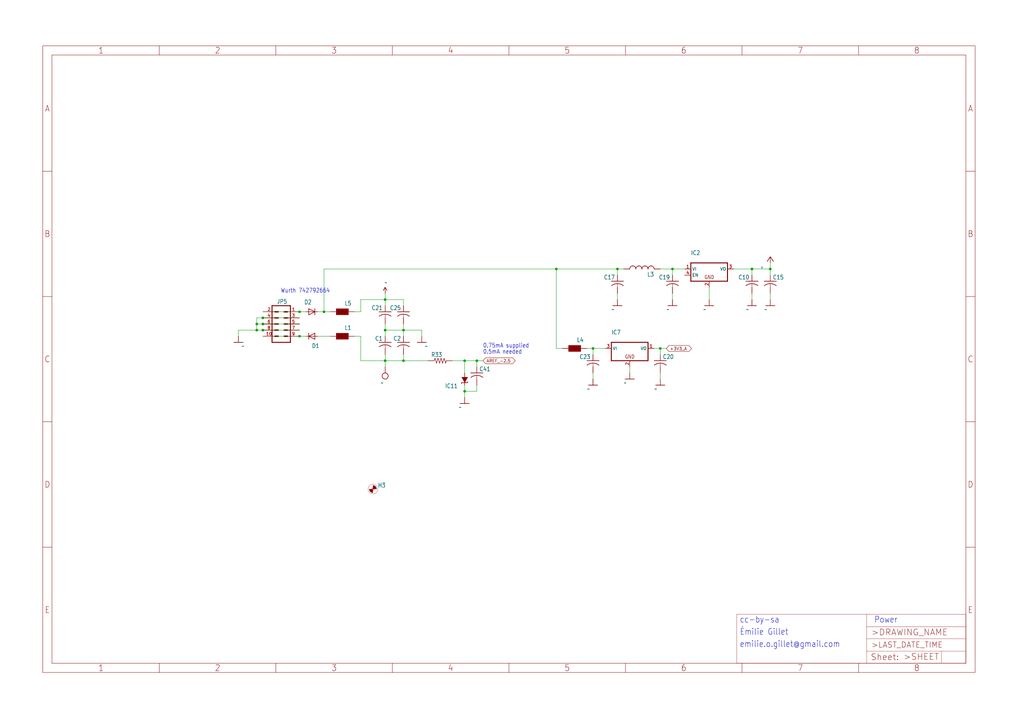
<source format=kicad_sch>
(kicad_sch (version 20211123) (generator eeschema)
  (paper "User" 425.45 299.161)
  (lib_symbols
    (symbol "stages_v70-eagle-import:+3V3" (power)
      (property "Value" "+3V3" (at -2.54 -5.08 90))
      (symbol "+3V3_1_0"
        (polyline (pts (xy 0 0) (xy -1.27 -1.905)) (stroke (width 0.254)))
        (polyline (pts (xy 1.27 -1.905) (xy 0 0)) (stroke (width 0.254)))
        (pin power_in line (at 0 -2.54 90) (length 2.54) (name "+3V3") (number "1"))
      )
    )
    (symbol "stages_v70-eagle-import:A3L-LOC"
      (symbol "A3L-LOC_0_0"
        (polyline (pts (xy 0 52.07) (xy 3.81 52.07)))
        (polyline (pts (xy 0 104.14) (xy 3.81 104.14)))
        (polyline (pts (xy 0 156.21) (xy 3.81 156.21)))
        (polyline (pts (xy 0 208.28) (xy 3.81 208.28)))
        (polyline (pts (xy 3.81 3.81) (xy 3.81 256.54)))
        (polyline (pts (xy 48.4188 0) (xy 48.4188 3.81)))
        (polyline (pts (xy 48.4188 256.54) (xy 48.4188 260.35)))
        (polyline (pts (xy 96.8375 0) (xy 96.8375 3.81)))
        (polyline (pts (xy 96.8375 256.54) (xy 96.8375 260.35)))
        (polyline (pts (xy 145.2563 0) (xy 145.2563 3.81)))
        (polyline (pts (xy 145.2563 256.54) (xy 145.2563 260.35)))
        (polyline (pts (xy 193.675 0) (xy 193.675 3.81)))
        (polyline (pts (xy 193.675 256.54) (xy 193.675 260.35)))
        (polyline (pts (xy 242.0938 0) (xy 242.0938 3.81)))
        (polyline (pts (xy 242.0938 256.54) (xy 242.0938 260.35)))
        (polyline (pts (xy 290.5125 0) (xy 290.5125 3.81)))
        (polyline (pts (xy 290.5125 256.54) (xy 290.5125 260.35)))
        (polyline (pts (xy 338.9313 0) (xy 338.9313 3.81)))
        (polyline (pts (xy 338.9313 256.54) (xy 338.9313 260.35)))
        (polyline (pts (xy 383.54 3.81) (xy 3.81 3.81)))
        (polyline (pts (xy 383.54 3.81) (xy 383.54 256.54)))
        (polyline (pts (xy 383.54 52.07) (xy 387.35 52.07)))
        (polyline (pts (xy 383.54 104.14) (xy 387.35 104.14)))
        (polyline (pts (xy 383.54 156.21) (xy 387.35 156.21)))
        (polyline (pts (xy 383.54 208.28) (xy 387.35 208.28)))
        (polyline (pts (xy 383.54 256.54) (xy 3.81 256.54)))
        (polyline (pts (xy 0 0) (xy 387.35 0) (xy 387.35 260.35) (xy 0 260.35) (xy 0 0)))
        (text "1" (at 24.2094 1.905 0) (effects (font (size 2.54 2.286))))
        (text "1" (at 24.2094 258.445 0) (effects (font (size 2.54 2.286))))
        (text "2" (at 72.6281 1.905 0) (effects (font (size 2.54 2.286))))
        (text "2" (at 72.6281 258.445 0) (effects (font (size 2.54 2.286))))
        (text "3" (at 121.0469 1.905 0) (effects (font (size 2.54 2.286))))
        (text "3" (at 121.0469 258.445 0) (effects (font (size 2.54 2.286))))
        (text "4" (at 169.4656 1.905 0) (effects (font (size 2.54 2.286))))
        (text "4" (at 169.4656 258.445 0) (effects (font (size 2.54 2.286))))
        (text "5" (at 217.8844 1.905 0) (effects (font (size 2.54 2.286))))
        (text "5" (at 217.8844 258.445 0) (effects (font (size 2.54 2.286))))
        (text "6" (at 266.3031 1.905 0) (effects (font (size 2.54 2.286))))
        (text "6" (at 266.3031 258.445 0) (effects (font (size 2.54 2.286))))
        (text "7" (at 314.7219 1.905 0) (effects (font (size 2.54 2.286))))
        (text "7" (at 314.7219 258.445 0) (effects (font (size 2.54 2.286))))
        (text "8" (at 363.1406 1.905 0) (effects (font (size 2.54 2.286))))
        (text "8" (at 363.1406 258.445 0) (effects (font (size 2.54 2.286))))
        (text "A" (at 1.905 234.315 0) (effects (font (size 2.54 2.286))))
        (text "A" (at 385.445 234.315 0) (effects (font (size 2.54 2.286))))
        (text "B" (at 1.905 182.245 0) (effects (font (size 2.54 2.286))))
        (text "B" (at 385.445 182.245 0) (effects (font (size 2.54 2.286))))
        (text "C" (at 1.905 130.175 0) (effects (font (size 2.54 2.286))))
        (text "C" (at 385.445 130.175 0) (effects (font (size 2.54 2.286))))
        (text "D" (at 1.905 78.105 0) (effects (font (size 2.54 2.286))))
        (text "D" (at 385.445 78.105 0) (effects (font (size 2.54 2.286))))
        (text "E" (at 1.905 26.035 0) (effects (font (size 2.54 2.286))))
        (text "E" (at 385.445 26.035 0) (effects (font (size 2.54 2.286))))
      )
      (symbol "A3L-LOC_1_0"
        (polyline (pts (xy 288.29 3.81) (xy 288.29 24.13)) (stroke (width 0.1016)))
        (polyline (pts (xy 288.29 3.81) (xy 342.265 3.81)) (stroke (width 0.1016)))
        (polyline (pts (xy 288.29 24.13) (xy 342.265 24.13)) (stroke (width 0.1016)))
        (polyline (pts (xy 342.265 3.81) (xy 373.38 3.81)) (stroke (width 0.1016)))
        (polyline (pts (xy 342.265 8.89) (xy 342.265 3.81)) (stroke (width 0.1016)))
        (polyline (pts (xy 342.265 8.89) (xy 342.265 13.97)) (stroke (width 0.1016)))
        (polyline (pts (xy 342.265 13.97) (xy 342.265 19.05)) (stroke (width 0.1016)))
        (polyline (pts (xy 342.265 13.97) (xy 383.54 13.97)) (stroke (width 0.1016)))
        (polyline (pts (xy 342.265 19.05) (xy 342.265 24.13)) (stroke (width 0.1016)))
        (polyline (pts (xy 342.265 19.05) (xy 383.54 19.05)) (stroke (width 0.1016)))
        (polyline (pts (xy 342.265 24.13) (xy 383.54 24.13)) (stroke (width 0.1016)))
        (polyline (pts (xy 373.38 3.81) (xy 373.38 8.89)) (stroke (width 0.1016)))
        (polyline (pts (xy 373.38 3.81) (xy 383.54 3.81)) (stroke (width 0.1016)))
        (polyline (pts (xy 373.38 8.89) (xy 342.265 8.89)) (stroke (width 0.1016)))
        (polyline (pts (xy 373.38 8.89) (xy 383.54 8.89)) (stroke (width 0.1016)))
        (polyline (pts (xy 383.54 3.81) (xy 383.54 8.89)) (stroke (width 0.1016)))
        (polyline (pts (xy 383.54 8.89) (xy 383.54 13.97)) (stroke (width 0.1016)))
        (polyline (pts (xy 383.54 13.97) (xy 383.54 19.05)) (stroke (width 0.1016)))
        (polyline (pts (xy 383.54 19.05) (xy 383.54 24.13)) (stroke (width 0.1016)))
        (text ">DRAWING_NAME" (at 344.17 15.24 0) (effects (font (size 2.54 2.54)) (justify left bottom)))
        (text ">LAST_DATE_TIME" (at 344.17 10.16 0) (effects (font (size 2.286 2.286)) (justify left bottom)))
        (text ">SHEET" (at 357.505 5.08 0) (effects (font (size 2.54 2.54)) (justify left bottom)))
        (text "Sheet:" (at 343.916 4.953 0) (effects (font (size 2.54 2.54)) (justify left bottom)))
      )
    )
    (symbol "stages_v70-eagle-import:C-USC0402"
      (property "Reference" "C" (at 1.016 0.635 0))
      (property "Value" "C-USC0402" (at 1.016 -4.191 0))
      (symbol "C-USC0402_1_0"
        (arc (start 0 -1.0161) (mid -1.302 -1.2303) (end -2.4668 -1.8504) (stroke (width 0.254)))
        (polyline (pts (xy -2.54 0) (xy 2.54 0)) (stroke (width 0.254)))
        (polyline (pts (xy 0 -1.016) (xy 0 -2.54)) (stroke (width 0.1524)))
        (arc (start 2.4892 -1.8542) (mid 1.3158 -1.2195) (end 0 -1) (stroke (width 0.254)))
        (pin passive line (at 0 2.54 270) (length 2.54) (name "1") (number "1"))
        (pin passive line (at 0 -5.08 90) (length 2.54) (name "2") (number "2"))
      )
    )
    (symbol "stages_v70-eagle-import:C-USC1206"
      (property "Reference" "C" (at 1.016 0.635 0))
      (property "Value" "C-USC1206" (at 1.016 -4.191 0))
      (symbol "C-USC1206_1_0"
        (arc (start 0 -1.0161) (mid -1.302 -1.2303) (end -2.4668 -1.8504) (stroke (width 0.254)))
        (polyline (pts (xy -2.54 0) (xy 2.54 0)) (stroke (width 0.254)))
        (polyline (pts (xy 0 -1.016) (xy 0 -2.54)) (stroke (width 0.1524)))
        (arc (start 2.4892 -1.8542) (mid 1.3158 -1.2195) (end 0 -1) (stroke (width 0.254)))
        (pin passive line (at 0 2.54 270) (length 2.54) (name "1") (number "1"))
        (pin passive line (at 0 -5.08 90) (length 2.54) (name "2") (number "2"))
      )
    )
    (symbol "stages_v70-eagle-import:DIODE-SOD123"
      (property "Reference" "D" (at 2.54 0.4826 0))
      (property "Value" "DIODE-SOD123" (at 2.54 -2.3114 0))
      (symbol "DIODE-SOD123_1_0"
        (polyline (pts (xy -1.27 -1.27) (xy 1.27 0)) (stroke (width 0.254)))
        (polyline (pts (xy -1.27 1.27) (xy -1.27 -1.27)) (stroke (width 0.254)))
        (polyline (pts (xy 1.27 0) (xy -1.27 1.27)) (stroke (width 0.254)))
        (polyline (pts (xy 1.27 0) (xy 1.27 -1.27)) (stroke (width 0.254)))
        (polyline (pts (xy 1.27 1.27) (xy 1.27 0)) (stroke (width 0.254)))
        (pin passive line (at -2.54 0 0) (length 2.54) (name "A") (number "A"))
        (pin passive line (at 2.54 0 180) (length 2.54) (name "C") (number "C"))
      )
    )
    (symbol "stages_v70-eagle-import:GND" (power)
      (property "Value" "GND" (at -2.54 -2.54 0))
      (symbol "GND_1_0"
        (polyline (pts (xy -1.905 0) (xy 1.905 0)) (stroke (width 0.254)))
        (pin power_in line (at 0 2.54 270) (length 2.54) (name "GND") (number "1"))
      )
    )
    (symbol "stages_v70-eagle-import:L-USL2012C"
      (property "Value" "L-USL2012C" (at 3.81 -5.08 90))
      (symbol "L-USL2012C_1_0"
        (arc (start 0 -5.08) (mid 0.898 -4.708) (end 1.27 -3.81) (stroke (width 0.254)))
        (arc (start 0 -2.54) (mid 0.898 -2.168) (end 1.27 -1.27) (stroke (width 0.254)))
        (arc (start 0 0) (mid 0.898 0.372) (end 1.27 1.27) (stroke (width 0.254)))
        (arc (start 0 2.54) (mid 0.898 2.912) (end 1.27 3.81) (stroke (width 0.254)))
        (arc (start 1.27 -3.81) (mid 0.898 -2.912) (end 0 -2.54) (stroke (width 0.254)))
        (arc (start 1.27 -1.27) (mid 0.898 -0.372) (end 0 0) (stroke (width 0.254)))
        (arc (start 1.27 1.27) (mid 0.898 2.168) (end 0 2.54) (stroke (width 0.254)))
        (arc (start 1.27 3.81) (mid 0.898 4.708) (end 0 5.08) (stroke (width 0.254)))
        (pin passive line (at 0 7.62 270) (length 2.54) (name "1") (number "1"))
        (pin passive line (at 0 -7.62 90) (length 2.54) (name "2") (number "2"))
      )
    )
    (symbol "stages_v70-eagle-import:LD2981ABU"
      (property "Reference" "IC" (at -7.62 5.715 0))
      (property "Value" "LD2981ABU" (at -7.62 3.175 0))
      (symbol "LD2981ABU_1_0"
        (polyline (pts (xy -7.62 -5.08) (xy 7.62 -5.08)) (stroke (width 0.4064)))
        (polyline (pts (xy -7.62 2.54) (xy -7.62 -5.08)) (stroke (width 0.4064)))
        (polyline (pts (xy 7.62 -5.08) (xy 7.62 2.54)) (stroke (width 0.4064)))
        (polyline (pts (xy 7.62 2.54) (xy -7.62 2.54)) (stroke (width 0.4064)))
        (text "GND" (at -2.032 -4.318 0) (effects (font (size 1.524 1.2954)) (justify left bottom)))
        (pin passive line (at 10.16 0 180) (length 2.54) (name "VO") (number "1"))
        (pin passive line (at 0 -7.62 90) (length 2.54) (name "GND") (number "2"))
        (pin input line (at -10.16 0 0) (length 2.54) (name "VI") (number "3"))
      )
    )
    (symbol "stages_v70-eagle-import:LM4041DBZ"
      (property "Reference" "IC" (at 2.794 1.905 0))
      (property "Value" "LM4041DBZ" (at 2.794 -0.889 0))
      (symbol "LM4041DBZ_1_0"
        (polyline (pts (xy -1.27 1.524) (xy -1.27 1.143)) (stroke (width 0.254)))
        (polyline (pts (xy 0 1.524) (xy -1.27 1.524)) (stroke (width 0.254)))
        (polyline (pts (xy 1.27 1.524) (xy 0 1.524)) (stroke (width 0.254)))
        (polyline (pts (xy 1.27 1.905) (xy 1.27 1.524)) (stroke (width 0.254)))
        (polyline (pts (xy 0 1.524) (xy -1.27 -0.762) (xy 1.27 -0.762)) (fill (type outline)))
        (pin passive line (at 0 2.54 270) (length 2.54) (name "C") (number "1"))
        (pin passive line (at 0 -2.54 90) (length 2.54) (name "A") (number "2"))
      )
    )
    (symbol "stages_v70-eagle-import:M05X2SMD"
      (property "Reference" "JP" (at -2.54 8.382 0))
      (property "Value" "M05X2SMD" (at -2.54 -10.16 0))
      (symbol "M05X2SMD_1_0"
        (polyline (pts (xy -3.81 7.62) (xy -3.81 -7.62)) (stroke (width 0.4064)))
        (polyline (pts (xy -3.81 7.62) (xy 3.81 7.62)) (stroke (width 0.4064)))
        (polyline (pts (xy -1.27 -5.08) (xy -2.54 -5.08)) (stroke (width 0.6096)))
        (polyline (pts (xy -1.27 -2.54) (xy -2.54 -2.54)) (stroke (width 0.6096)))
        (polyline (pts (xy -1.27 0) (xy -2.54 0)) (stroke (width 0.6096)))
        (polyline (pts (xy -1.27 2.54) (xy -2.54 2.54)) (stroke (width 0.6096)))
        (polyline (pts (xy -1.27 5.08) (xy -2.54 5.08)) (stroke (width 0.6096)))
        (polyline (pts (xy 1.27 -5.08) (xy 2.54 -5.08)) (stroke (width 0.6096)))
        (polyline (pts (xy 1.27 -2.54) (xy 2.54 -2.54)) (stroke (width 0.6096)))
        (polyline (pts (xy 1.27 0) (xy 2.54 0)) (stroke (width 0.6096)))
        (polyline (pts (xy 1.27 2.54) (xy 2.54 2.54)) (stroke (width 0.6096)))
        (polyline (pts (xy 1.27 5.08) (xy 2.54 5.08)) (stroke (width 0.6096)))
        (polyline (pts (xy 3.81 -7.62) (xy -3.81 -7.62)) (stroke (width 0.4064)))
        (polyline (pts (xy 3.81 -7.62) (xy 3.81 7.62)) (stroke (width 0.4064)))
        (pin passive line (at -7.62 5.08 0) (length 5.08) (name "1") (number "1"))
        (pin passive line (at 7.62 -5.08 180) (length 5.08) (name "10") (number "10"))
        (pin passive line (at 7.62 5.08 180) (length 5.08) (name "2") (number "2"))
        (pin passive line (at -7.62 2.54 0) (length 5.08) (name "3") (number "3"))
        (pin passive line (at 7.62 2.54 180) (length 5.08) (name "4") (number "4"))
        (pin passive line (at -7.62 0 0) (length 5.08) (name "5") (number "5"))
        (pin passive line (at 7.62 0 180) (length 5.08) (name "6") (number "6"))
        (pin passive line (at -7.62 -2.54 0) (length 5.08) (name "7") (number "7"))
        (pin passive line (at 7.62 -2.54 180) (length 5.08) (name "8") (number "8"))
        (pin passive line (at -7.62 -5.08 0) (length 5.08) (name "9") (number "9"))
      )
    )
    (symbol "stages_v70-eagle-import:MOUNT-HOLE3.0TINY"
      (property "Reference" "H" (at 2.032 0.5842 0))
      (property "Value" "MOUNT-HOLE3.0TINY" (at 2.032 -2.4638 0))
      (symbol "MOUNT-HOLE3.0TINY_1_0"
        (arc (start -1.524 0) (mid -1.0776 -1.0776) (end 0 -1.524) (stroke (width 0.0001)) (fill (type outline)))
        (polyline (pts (xy -0.508 0) (xy 0.508 0)) (stroke (width 0.0508)))
        (polyline (pts (xy 0 0.508) (xy 0 -0.508)) (stroke (width 0.0508)))
        (circle (center 0 0) (radius 0.508) (stroke (width 0.0508)))
        (circle (center 0 0) (radius 2.032) (stroke (width 0.0508)))
        (arc (start 1.524 0) (mid 1.0776 1.0776) (end 0 1.524) (stroke (width 0.0001)) (fill (type outline)))
      )
    )
    (symbol "stages_v70-eagle-import:R-US_R0402"
      (property "Reference" "R" (at -3.81 1.4986 0))
      (property "Value" "R-US_R0402" (at -3.81 -3.302 0))
      (symbol "R-US_R0402_1_0"
        (polyline (pts (xy -2.54 0) (xy -2.159 1.016)) (stroke (width 0.2032)))
        (polyline (pts (xy -2.159 1.016) (xy -1.524 -1.016)) (stroke (width 0.2032)))
        (polyline (pts (xy -1.524 -1.016) (xy -0.889 1.016)) (stroke (width 0.2032)))
        (polyline (pts (xy -0.889 1.016) (xy -0.254 -1.016)) (stroke (width 0.2032)))
        (polyline (pts (xy -0.254 -1.016) (xy 0.381 1.016)) (stroke (width 0.2032)))
        (polyline (pts (xy 0.381 1.016) (xy 1.016 -1.016)) (stroke (width 0.2032)))
        (polyline (pts (xy 1.016 -1.016) (xy 1.651 1.016)) (stroke (width 0.2032)))
        (polyline (pts (xy 1.651 1.016) (xy 2.286 -1.016)) (stroke (width 0.2032)))
        (polyline (pts (xy 2.286 -1.016) (xy 2.54 0)) (stroke (width 0.2032)))
        (pin passive line (at -5.08 0 0) (length 2.54) (name "1") (number "1"))
        (pin passive line (at 5.08 0 180) (length 2.54) (name "2") (number "2"))
      )
    )
    (symbol "stages_v70-eagle-import:ROF-78EXX-0.55SMD"
      (property "Reference" "IC" (at -7.62 5.715 0))
      (property "Value" "ROF-78EXX-0.55SMD" (at -7.62 3.175 0))
      (symbol "ROF-78EXX-0.55SMD_1_0"
        (polyline (pts (xy -7.62 -5.08) (xy 7.62 -5.08)) (stroke (width 0.4064)))
        (polyline (pts (xy -7.62 2.54) (xy -7.62 -5.08)) (stroke (width 0.4064)))
        (polyline (pts (xy 7.62 -5.08) (xy 7.62 2.54)) (stroke (width 0.4064)))
        (polyline (pts (xy 7.62 2.54) (xy -7.62 2.54)) (stroke (width 0.4064)))
        (text "GND" (at -2.032 -4.318 0) (effects (font (size 1.524 1.2954)) (justify left bottom)))
        (pin input line (at -10.16 0 0) (length 2.54) (name "VI") (number "1"))
        (pin passive line (at 0 -7.62 90) (length 2.54) (name "GND") (number "2"))
        (pin passive line (at 10.16 0 180) (length 2.54) (name "VO") (number "3"))
        (pin input line (at -10.16 -2.54 0) (length 2.54) (name "EN") (number "4"))
      )
    )
    (symbol "stages_v70-eagle-import:VCC" (power)
      (property "Value" "VCC" (at -1.016 3.556 0))
      (symbol "VCC_1_0"
        (polyline (pts (xy 0 2.54) (xy -0.762 1.27)) (stroke (width 0.254)))
        (polyline (pts (xy 0.762 1.27) (xy 0 2.54)) (stroke (width 0.254)))
        (pin power_in line (at 0 0 90) (length 2.54) (name "VCC") (number "1"))
      )
    )
    (symbol "stages_v70-eagle-import:VEE" (power)
      (property "Value" "VEE" (at -1.905 3.175 0))
      (symbol "VEE_1_0"
        (circle (center 0 1.27) (radius 1.27) (stroke (width 0.254)))
        (pin power_in line (at 0 -2.54 90) (length 2.54) (name "VEE") (number "1"))
      )
    )
    (symbol "stages_v70-eagle-import:WE-CBF_0603"
      (property "Reference" "L" (at -3.81 5.08 0))
      (property "Value" "WE-CBF_0603" (at -3.81 -1.27 0))
      (symbol "WE-CBF_0603_1_0"
        (rectangle (start -2.54 1.27) (end 2.54 3.81) (fill (type outline)))
        (pin passive line (at -5.08 2.54 0) (length 2.54) (name "1") (number "1"))
        (pin passive line (at 5.08 2.54 180) (length 2.54) (name "2") (number "2"))
      )
    )
  )
  (junction (at 198.12 149.86))
  (junction (at 160.02 137.16))
  (junction (at 256.54 111.76))
  (junction (at 106.68 134.62))
  (junction (at 160.02 149.86))
  (junction (at 109.22 132.08))
  (junction (at 274.32 144.78))
  (junction (at 109.22 134.62))
  (junction (at 109.22 137.16))
  (junction (at 246.38 144.78))
  (junction (at 124.46 139.7))
  (junction (at 124.46 129.54))
  (junction (at 231.14 111.76))
  (junction (at 160.02 124.46))
  (junction (at 167.64 137.16))
  (junction (at 193.04 162.56))
  (junction (at 167.64 149.86))
  (junction (at 279.4 111.76))
  (junction (at 134.62 129.54))
  (junction (at 106.68 137.16))
  (junction (at 312.42 111.76))
  (junction (at 320.04 111.76))
  (junction (at 193.04 149.86))
  (wire (pts (xy 274.32 144.78) (xy 274.32 147.32)))
  (wire (pts (xy 256.54 121.92) (xy 256.54 124.46)))
  (wire (pts (xy 160.02 134.62) (xy 160.02 137.16)))
  (wire (pts (xy 246.38 147.32) (xy 246.38 144.78)))
  (wire (pts (xy 124.46 129.54) (xy 109.22 129.54)))
  (wire (pts (xy 167.64 149.86) (xy 160.02 149.86)))
  (wire (pts (xy 149.86 129.54) (xy 149.86 124.46)))
  (wire (pts (xy 193.04 149.86) (xy 187.96 149.86)))
  (wire (pts (xy 243.84 144.78) (xy 246.38 144.78)))
  (wire (pts (xy 99.06 137.16) (xy 99.06 139.7)))
  (wire (pts (xy 124.46 129.54) (xy 127 129.54)))
  (wire (pts (xy 274.32 157.48) (xy 274.32 154.94)))
  (wire (pts (xy 320.04 121.92) (xy 320.04 124.46)))
  (wire (pts (xy 134.62 129.54) (xy 137.16 129.54)))
  (wire (pts (xy 167.64 147.32) (xy 167.64 149.86)))
  (wire (pts (xy 271.78 144.78) (xy 274.32 144.78)))
  (wire (pts (xy 147.32 139.7) (xy 149.86 139.7)))
  (wire (pts (xy 274.32 111.76) (xy 279.4 111.76)))
  (wire (pts (xy 160.02 149.86) (xy 149.86 149.86)))
  (wire (pts (xy 167.64 124.46) (xy 167.64 127)))
  (wire (pts (xy 177.8 149.86) (xy 167.64 149.86)))
  (wire (pts (xy 246.38 154.94) (xy 246.38 157.48)))
  (wire (pts (xy 132.08 129.54) (xy 134.62 129.54)))
  (wire (pts (xy 134.62 111.76) (xy 231.14 111.76)))
  (wire (pts (xy 109.22 137.16) (xy 106.68 137.16)))
  (wire (pts (xy 312.42 111.76) (xy 320.04 111.76)))
  (wire (pts (xy 320.04 114.3) (xy 320.04 111.76)))
  (wire (pts (xy 160.02 124.46) (xy 160.02 121.92)))
  (wire (pts (xy 106.68 134.62) (xy 106.68 137.16)))
  (wire (pts (xy 106.68 132.08) (xy 106.68 134.62)))
  (wire (pts (xy 160.02 127) (xy 160.02 124.46)))
  (wire (pts (xy 167.64 134.62) (xy 167.64 137.16)))
  (wire (pts (xy 109.22 134.62) (xy 124.46 134.62)))
  (wire (pts (xy 193.04 154.94) (xy 193.04 149.86)))
  (wire (pts (xy 261.62 152.4) (xy 261.62 154.94)))
  (wire (pts (xy 198.12 149.86) (xy 193.04 149.86)))
  (wire (pts (xy 312.42 114.3) (xy 312.42 111.76)))
  (wire (pts (xy 160.02 124.46) (xy 167.64 124.46)))
  (wire (pts (xy 106.68 137.16) (xy 99.06 137.16)))
  (wire (pts (xy 320.04 109.22) (xy 320.04 111.76)))
  (wire (pts (xy 167.64 137.16) (xy 175.26 137.16)))
  (wire (pts (xy 198.12 149.86) (xy 198.12 152.4)))
  (wire (pts (xy 124.46 137.16) (xy 109.22 137.16)))
  (wire (pts (xy 193.04 162.56) (xy 198.12 162.56)))
  (wire (pts (xy 193.04 160.02) (xy 193.04 162.56)))
  (wire (pts (xy 231.14 111.76) (xy 231.14 144.78)))
  (wire (pts (xy 124.46 139.7) (xy 127 139.7)))
  (wire (pts (xy 160.02 147.32) (xy 160.02 149.86)))
  (wire (pts (xy 231.14 144.78) (xy 233.68 144.78)))
  (wire (pts (xy 149.86 149.86) (xy 149.86 139.7)))
  (wire (pts (xy 259.08 111.76) (xy 256.54 111.76)))
  (wire (pts (xy 124.46 139.7) (xy 109.22 139.7)))
  (wire (pts (xy 160.02 137.16) (xy 160.02 139.7)))
  (wire (pts (xy 256.54 111.76) (xy 231.14 111.76)))
  (wire (pts (xy 294.64 119.38) (xy 294.64 124.46)))
  (wire (pts (xy 109.22 132.08) (xy 106.68 132.08)))
  (wire (pts (xy 167.64 139.7) (xy 167.64 137.16)))
  (wire (pts (xy 246.38 144.78) (xy 251.46 144.78)))
  (wire (pts (xy 279.4 121.92) (xy 279.4 124.46)))
  (wire (pts (xy 198.12 149.86) (xy 200.66 149.86)))
  (wire (pts (xy 124.46 132.08) (xy 109.22 132.08)))
  (wire (pts (xy 198.12 160.02) (xy 198.12 162.56)))
  (wire (pts (xy 279.4 111.76) (xy 279.4 114.3)))
  (wire (pts (xy 134.62 129.54) (xy 134.62 111.76)))
  (wire (pts (xy 149.86 124.46) (xy 160.02 124.46)))
  (wire (pts (xy 276.86 144.78) (xy 274.32 144.78)))
  (wire (pts (xy 160.02 137.16) (xy 167.64 137.16)))
  (wire (pts (xy 304.8 111.76) (xy 312.42 111.76)))
  (wire (pts (xy 106.68 134.62) (xy 109.22 134.62)))
  (wire (pts (xy 175.26 137.16) (xy 175.26 139.7)))
  (wire (pts (xy 160.02 152.4) (xy 160.02 149.86)))
  (wire (pts (xy 147.32 129.54) (xy 149.86 129.54)))
  (wire (pts (xy 279.4 111.76) (xy 284.48 111.76)))
  (wire (pts (xy 312.42 121.92) (xy 312.42 124.46)))
  (wire (pts (xy 256.54 111.76) (xy 256.54 114.3)))
  (wire (pts (xy 132.08 139.7) (xy 137.16 139.7)))
  (wire (pts (xy 193.04 162.56) (xy 193.04 165.1)))
  (text "cc-by-sa" (at 307.34 259.08 180) (effects (font (size 2.54 2.159)) (justify left bottom)))
  (text "emilie.o.gillet@gmail.com" (at 307.34 269.24 180) (effects (font (size 2.54 2.159)) (justify left bottom)))
  (text "Émilie Gillet" (at 307.34 264.16 180) (effects (font (size 2.54 2.159)) (justify left bottom)))
  (text "Wurth 742792664" (at 137.16 121.92 180) (effects (font (size 1.778 1.5113)) (justify right bottom)))
  (text "Power" (at 363.22 259.08 180) (effects (font (size 2.54 2.159)) (justify left bottom)))
  (text "0.75mA supplied" (at 200.66 144.78 180) (effects (font (size 1.778 1.5113)) (justify left bottom)))
  (text "0.5mA needed" (at 200.66 147.32 180) (effects (font (size 1.778 1.5113)) (justify left bottom)))
  (global_label "+3V3_A" (shape bidirectional) (at 276.86 144.78 0) (effects (font (size 1.2446 1.2446))) (property "Intersheet References" "${INTERSHEET_REFS}" (effects hide)))
  (global_label "AREF_-2.5" (shape bidirectional) (at 200.66 149.86 0) (effects (font (size 1.2446 1.2446))) (property "Intersheet References" "${INTERSHEET_REFS}" (effects hide)))
  (symbol (lib_id "stages_v70-eagle-import:C-USC1206") (at 167.64 129.54 0) (mirror y) (unit 1)
    (property "Reference" "C25" (at 166.624 128.905 0) (effects (font (size 1.778 1.5113)) (justify left bottom)))
  )
  (symbol (lib_id "stages_v70-eagle-import:GND") (at 256.54 127 0) (unit 1)
    (property "Reference" "#GND89" (effects hide))
  )
  (symbol (lib_id "stages_v70-eagle-import:GND") (at 274.32 160.02 0) (unit 1)
    (property "Reference" "#GND77" (effects hide))
  )
  (symbol (lib_id "stages_v70-eagle-import:R-US_R0402") (at 182.88 149.86 0) (unit 1)
    (property "Reference" "R33" (at 179.07 148.3614 0) (effects (font (size 1.778 1.5113)) (justify left bottom)))
  )
  (symbol (lib_id "stages_v70-eagle-import:GND") (at 193.04 167.64 0) (unit 1)
    (property "Reference" "#GND69" (effects hide))
  )
  (symbol (lib_id "stages_v70-eagle-import:C-USC0402") (at 198.12 154.94 0) (unit 1)
    (property "Reference" "C41" (at 199.136 154.305 0) (effects (font (size 1.778 1.5113)) (justify left bottom)))
  )
  (symbol (lib_id "stages_v70-eagle-import:C-USC1206") (at 274.32 149.86 0) (unit 1)
    (property "Reference" "C20" (at 275.336 149.225 0) (effects (font (size 1.778 1.5113)) (justify left bottom)))
  )
  (symbol (lib_id "stages_v70-eagle-import:C-USC1206") (at 167.64 142.24 0) (mirror y) (unit 1)
    (property "Reference" "C2" (at 166.624 141.605 0) (effects (font (size 1.778 1.5113)) (justify left bottom)))
  )
  (symbol (lib_id "stages_v70-eagle-import:GND") (at 279.4 127 0) (unit 1)
    (property "Reference" "#GND90" (effects hide))
  )
  (symbol (lib_id "stages_v70-eagle-import:LM4041DBZ") (at 193.04 157.48 180) (unit 1)
    (property "Reference" "IC11" (at 190.246 159.385 0) (effects (font (size 1.778 1.5113)) (justify left bottom)))
  )
  (symbol (lib_id "stages_v70-eagle-import:ROF-78EXX-0.55SMD") (at 294.64 111.76 0) (unit 1)
    (property "Reference" "IC2" (at 287.02 106.045 0) (effects (font (size 1.778 1.5113)) (justify left bottom)))
  )
  (symbol (lib_id "stages_v70-eagle-import:C-USC1206") (at 256.54 116.84 0) (mirror y) (unit 1)
    (property "Reference" "C17" (at 255.524 116.205 0) (effects (font (size 1.778 1.5113)) (justify left bottom)))
  )
  (symbol (lib_id "stages_v70-eagle-import:VEE") (at 160.02 154.94 0) (mirror x) (unit 1)
    (property "Reference" "#SUPPLY3" (effects hide))
  )
  (symbol (lib_id "stages_v70-eagle-import:DIODE-SOD123") (at 129.54 139.7 0) (mirror y) (unit 1)
    (property "Reference" "D1" (at 129.54 142.7226 0) (effects (font (size 1.778 1.5113)) (justify right top)))
  )
  (symbol (lib_id "stages_v70-eagle-import:C-USC1206") (at 279.4 116.84 0) (mirror y) (unit 1)
    (property "Reference" "C19" (at 278.384 116.205 0) (effects (font (size 1.778 1.5113)) (justify left bottom)))
  )
  (symbol (lib_id "stages_v70-eagle-import:GND") (at 312.42 127 0) (unit 1)
    (property "Reference" "#GND108" (effects hide))
  )
  (symbol (lib_id "stages_v70-eagle-import:C-USC1206") (at 160.02 129.54 0) (mirror y) (unit 1)
    (property "Reference" "C21" (at 159.004 128.905 0) (effects (font (size 1.778 1.5113)) (justify left bottom)))
  )
  (symbol (lib_id "stages_v70-eagle-import:GND") (at 246.38 160.02 0) (unit 1)
    (property "Reference" "#GND109" (effects hide))
  )
  (symbol (lib_id "stages_v70-eagle-import:+3V3") (at 320.04 106.68 0) (unit 1)
    (property "Reference" "#+3V1" (effects hide))
  )
  (symbol (lib_id "stages_v70-eagle-import:L-USL2012C") (at 266.7 111.76 90) (unit 1)
    (property "Reference" "L3" (at 271.78 113.03 90) (effects (font (size 1.778 1.5113)) (justify left bottom)))
  )
  (symbol (lib_id "stages_v70-eagle-import:C-USC1206") (at 160.02 142.24 0) (mirror y) (unit 1)
    (property "Reference" "C1" (at 159.004 141.605 0) (effects (font (size 1.778 1.5113)) (justify left bottom)))
  )
  (symbol (lib_id "stages_v70-eagle-import:WE-CBF_0603") (at 142.24 142.24 0) (mirror y) (unit 1)
    (property "Reference" "L1" (at 146.05 137.16 0) (effects (font (size 1.778 1.5113)) (justify left bottom)))
  )
  (symbol (lib_id "stages_v70-eagle-import:M05X2SMD") (at 116.84 134.62 0) (mirror y) (unit 1)
    (property "Reference" "JP5" (at 119.38 126.238 0) (effects (font (size 1.778 1.5113)) (justify left bottom)))
  )
  (symbol (lib_id "stages_v70-eagle-import:C-USC1206") (at 246.38 149.86 0) (mirror y) (unit 1)
    (property "Reference" "C23" (at 245.364 149.225 0) (effects (font (size 1.778 1.5113)) (justify left bottom)))
  )
  (symbol (lib_id "stages_v70-eagle-import:GND") (at 175.26 142.24 0) (mirror y) (unit 1)
    (property "Reference" "#GND68" (effects hide))
  )
  (symbol (lib_id "stages_v70-eagle-import:C-USC1206") (at 312.42 116.84 0) (mirror y) (unit 1)
    (property "Reference" "C10" (at 311.404 116.205 0) (effects (font (size 1.778 1.5113)) (justify left bottom)))
  )
  (symbol (lib_id "stages_v70-eagle-import:A3L-LOC") (at 17.78 279.4 0) (unit 1)
    (property "Reference" "#FRAME6" (effects hide))
  )
  (symbol (lib_id "stages_v70-eagle-import:WE-CBF_0603") (at 142.24 132.08 0) (mirror y) (unit 1)
    (property "Reference" "L5" (at 146.05 127 0) (effects (font (size 1.778 1.5113)) (justify left bottom)))
  )
  (symbol (lib_id "stages_v70-eagle-import:VCC") (at 160.02 121.92 0) (mirror y) (unit 1)
    (property "Reference" "#P+3" (effects hide))
  )
  (symbol (lib_id "stages_v70-eagle-import:DIODE-SOD123") (at 129.54 129.54 0) (mirror x) (unit 1)
    (property "Reference" "D2" (at 129.54 126.5174 0) (effects (font (size 1.778 1.5113)) (justify right top)))
  )
  (symbol (lib_id "stages_v70-eagle-import:C-USC0402") (at 320.04 116.84 0) (unit 1)
    (property "Reference" "C15" (at 321.056 116.205 0) (effects (font (size 1.778 1.5113)) (justify left bottom)))
  )
  (symbol (lib_id "stages_v70-eagle-import:GND") (at 320.04 127 0) (unit 1)
    (property "Reference" "#GND74" (effects hide))
  )
  (symbol (lib_id "stages_v70-eagle-import:WE-CBF_0603") (at 238.76 147.32 0) (mirror y) (unit 1)
    (property "Reference" "L4" (at 242.57 142.24 0) (effects (font (size 1.778 1.5113)) (justify left bottom)))
  )
  (symbol (lib_id "stages_v70-eagle-import:LD2981ABU") (at 261.62 144.78 0) (unit 1)
    (property "Reference" "IC7" (at 254 139.065 0) (effects (font (size 1.778 1.5113)) (justify left bottom)))
  )
  (symbol (lib_id "stages_v70-eagle-import:GND") (at 261.62 157.48 0) (unit 1)
    (property "Reference" "#GND70" (effects hide))
  )
  (symbol (lib_id "stages_v70-eagle-import:GND") (at 99.06 142.24 0) (mirror y) (unit 1)
    (property "Reference" "#GND73" (effects hide))
  )
  (symbol (lib_id "stages_v70-eagle-import:GND") (at 294.64 127 0) (unit 1)
    (property "Reference" "#GND75" (effects hide))
  )
  (symbol (lib_id "stages_v70-eagle-import:MOUNT-HOLE3.0TINY") (at 154.94 203.2 0) (unit 1)
    (property "Reference" "H3" (at 156.972 202.6158 0) (effects (font (size 1.778 1.5113)) (justify left bottom)))
  )
)
</source>
